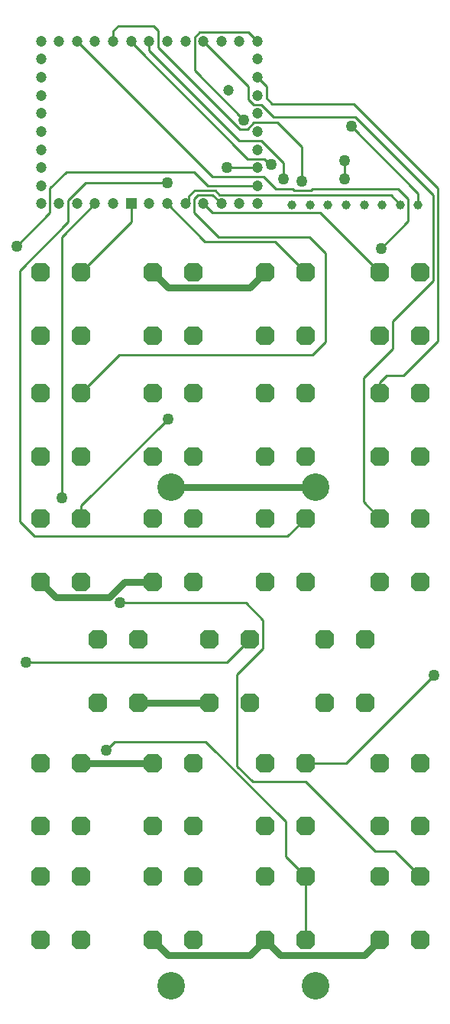
<source format=gbl>
%FSLAX25Y25*%
%MOIN*%
G70*
G01*
G75*
G04 Layer_Physical_Order=2*
G04 Layer_Color=16711680*
%ADD10R,0.03937X0.05906*%
%ADD11C,0.01000*%
%ADD12C,0.03000*%
%ADD13C,0.04724*%
%ADD14R,0.04724X0.04724*%
%ADD15C,0.12000*%
G04:AMPARAMS|DCode=16|XSize=82.68mil|YSize=82.68mil|CornerRadius=0mil|HoleSize=0mil|Usage=FLASHONLY|Rotation=90.000|XOffset=0mil|YOffset=0mil|HoleType=Round|Shape=Octagon|*
%AMOCTAGOND16*
4,1,8,0.02067,0.04134,-0.02067,0.04134,-0.04134,0.02067,-0.04134,-0.02067,-0.02067,-0.04134,0.02067,-0.04134,0.04134,-0.02067,0.04134,0.02067,0.02067,0.04134,0.0*
%
%ADD16OCTAGOND16*%

%ADD17C,0.03937*%
%ADD18C,0.05000*%
D11*
X15695Y218865D02*
X126208D01*
X9352Y225208D02*
X15695Y218865D01*
X9352Y225208D02*
Y334733D01*
X30465Y355847D01*
X126208Y218865D02*
X134047Y226704D01*
X159232Y287913D02*
X172087Y300769D01*
X159232Y233912D02*
Y287913D01*
Y233912D02*
X166440Y226704D01*
Y281182D02*
Y286048D01*
X169299Y288907D02*
X176825D01*
X166440Y286048D02*
X169299Y288907D01*
X176825D02*
X191791Y303872D01*
X52272Y441469D02*
X67587D01*
X50075Y439271D02*
X52272Y441469D01*
X50075Y434721D02*
Y439271D01*
X111468Y399213D02*
X121743D01*
X114667Y407087D02*
X119992Y401762D01*
X155586D01*
X125314Y79281D02*
X134047Y70547D01*
X125314Y79281D02*
Y94600D01*
X90523Y129392D02*
X125314Y94600D01*
X164225Y81669D02*
X173035D01*
X110893Y111850D02*
X134044D01*
X164225Y81669D01*
X104087Y118656D02*
X110893Y111850D01*
X134047Y42988D02*
Y70547D01*
X104087Y118656D02*
Y158669D01*
X50582Y129392D02*
X90523D01*
X46999Y125809D02*
X50582Y129392D01*
X27813Y235796D02*
Y325411D01*
X27568Y325656D02*
X27813Y325411D01*
X109205Y438583D02*
X113067Y434721D01*
X87845Y438583D02*
X109205D01*
X183205Y363469D02*
Y368487D01*
X153930Y397762D02*
X183205Y368487D01*
X155586Y401762D02*
X189791Y367558D01*
Y330272D02*
Y367558D01*
X191791Y303872D02*
Y370565D01*
X154887Y407469D02*
X191791Y370565D01*
X174500Y370269D02*
X178800Y365969D01*
Y356181D02*
Y365969D01*
X166987Y344369D02*
X178800Y356181D01*
X85583Y421923D02*
X107052Y400454D01*
X85583Y421923D02*
Y436320D01*
X69687Y432163D02*
Y439369D01*
X108709Y396454D02*
X111468Y399213D01*
X105395Y396454D02*
X108709D01*
X69687Y432163D02*
X105395Y396454D01*
X85583Y436320D02*
X87845Y438583D01*
X114667Y391339D02*
X124483Y381523D01*
X105157Y391339D02*
X114667D01*
X115884Y383465D02*
X118351Y380998D01*
X108789Y383465D02*
X115884D01*
X65823Y430673D02*
X105157Y391339D01*
X65823Y430673D02*
Y434721D01*
X57949Y434304D02*
X108789Y383465D01*
X57949Y434304D02*
Y434721D01*
X89445D02*
X109205Y414961D01*
Y409349D02*
Y414961D01*
Y409349D02*
X111468Y407087D01*
X114667D01*
X137031Y370269D02*
X174500D01*
X126331Y367569D02*
X171231D01*
X175331Y363469D01*
X140442Y359969D02*
X166440Y333971D01*
X93331Y359969D02*
X140442D01*
X89445Y363854D02*
X93331Y359969D01*
X119487Y407469D02*
X154887D01*
X151138Y374720D02*
Y382646D01*
X151064Y382720D02*
X151138Y382646D01*
X118351Y380998D02*
X118930D01*
X124483Y374569D02*
Y381523D01*
X34327Y434721D02*
X93379Y375669D01*
X115587D01*
X120987Y370269D01*
X27568Y325656D02*
Y349221D01*
X42201Y363854D01*
X30465Y365454D02*
X38079Y373068D01*
X73725D01*
X30465Y355847D02*
Y365454D01*
X135587Y349469D02*
X142664Y342391D01*
Y303519D02*
Y342391D01*
X137114Y297969D02*
X142664Y303519D01*
X52817Y297969D02*
X137114D01*
X81571Y363854D02*
X83064Y365347D01*
Y367194D01*
X85587Y369717D01*
X94559D01*
X96507Y367769D01*
X126131D01*
X126331Y367569D01*
X99853Y379769D02*
X100019Y379602D01*
X113067D01*
X173035Y81669D02*
X184157Y70547D01*
X104087Y158669D02*
X115387Y169969D01*
Y182469D01*
X107987Y189869D02*
X115387Y182469D01*
X52887Y189869D02*
X107987D01*
X93457Y367717D02*
X97319Y363854D01*
X87035Y367717D02*
X93457D01*
X85487Y366169D02*
X87035Y367717D01*
X85487Y359969D02*
Y366169D01*
Y359969D02*
X95987Y349469D01*
X135587D01*
X36030Y281182D02*
X52817Y297969D01*
X73697Y363854D02*
X90083Y347469D01*
X120549D01*
X134047Y333971D01*
X57949Y355889D02*
Y363854D01*
X36030Y333971D02*
X57949Y355889D01*
X172087Y300769D02*
Y312569D01*
X189791Y330272D01*
X120987Y370269D02*
X128331D01*
X129031Y369569D01*
X136331D01*
X137031Y370269D01*
X91475Y371728D02*
X113067D01*
X85487Y377717D02*
X91475Y371728D01*
X29635Y377717D02*
X85487D01*
X22487Y370569D02*
X29635Y377717D01*
X22487Y359969D02*
Y370569D01*
X7887Y345369D02*
X22487Y359969D01*
X11887Y164169D02*
X99857D01*
X109731Y174043D01*
X36030Y232212D02*
X73987Y270169D01*
X36030Y226704D02*
Y232212D01*
X132287Y373569D02*
Y388669D01*
X121743Y399213D02*
X132287Y388669D01*
X67587Y441469D02*
X69687Y439369D01*
X151675Y120083D02*
X189887Y158294D01*
X134047Y120083D02*
X151675D01*
X113067Y418973D02*
X116987Y415053D01*
Y409969D02*
Y415053D01*
Y409969D02*
X119487Y407469D01*
D12*
X36030Y120083D02*
X67436D01*
X116331Y42988D02*
X123050Y36269D01*
X159721D01*
X166440Y42988D01*
X67436D02*
X74155Y36269D01*
X109612D01*
X116331Y42988D01*
X67436Y333971D02*
X74138Y327269D01*
X109629D01*
X116331Y333971D01*
X54987Y199144D02*
X67436D01*
X48311Y192469D02*
X54987Y199144D01*
X24990Y192469D02*
X48311D01*
X18314Y199144D02*
X24990Y192469D01*
X60975Y146484D02*
X92015D01*
X75330Y240290D02*
X138322D01*
D13*
X18579Y363854D02*
D03*
Y371728D02*
D03*
Y379602D02*
D03*
Y387476D02*
D03*
Y395350D02*
D03*
Y403225D02*
D03*
Y411099D02*
D03*
Y418973D02*
D03*
Y426847D02*
D03*
Y434721D02*
D03*
X113067D02*
D03*
Y363854D02*
D03*
X105193D02*
D03*
X97319D02*
D03*
X89445D02*
D03*
X81571D02*
D03*
X73697D02*
D03*
X65823D02*
D03*
X113067Y371728D02*
D03*
Y379602D02*
D03*
Y387476D02*
D03*
Y395350D02*
D03*
Y403225D02*
D03*
Y411099D02*
D03*
Y418973D02*
D03*
Y426847D02*
D03*
X100520Y413189D02*
D03*
X105193Y434721D02*
D03*
X97319D02*
D03*
X89445D02*
D03*
X81571D02*
D03*
X73697D02*
D03*
X65823D02*
D03*
X57949D02*
D03*
X50075D02*
D03*
X42201D02*
D03*
X34327D02*
D03*
X26453D02*
D03*
Y363854D02*
D03*
X34327D02*
D03*
X42201D02*
D03*
X50075D02*
D03*
D14*
X57949D02*
D03*
D15*
X138322Y240290D02*
D03*
Y22967D02*
D03*
X75330D02*
D03*
Y240290D02*
D03*
D16*
X184157Y42988D02*
D03*
X166440D02*
D03*
X184157Y70547D02*
D03*
X166440D02*
D03*
X85152Y42988D02*
D03*
X67436D02*
D03*
X85152Y70547D02*
D03*
X67436D02*
D03*
X18314Y120083D02*
D03*
X36030D02*
D03*
X18314Y92523D02*
D03*
X36030D02*
D03*
X134047Y199144D02*
D03*
X116331D02*
D03*
X134047Y226704D02*
D03*
X116331D02*
D03*
X85152Y253622D02*
D03*
X67436D02*
D03*
X85152Y281182D02*
D03*
X67436D02*
D03*
X36030Y306411D02*
D03*
X18314D02*
D03*
X36030Y333971D02*
D03*
X18314D02*
D03*
X134047Y42988D02*
D03*
X116331D02*
D03*
X134047Y70547D02*
D03*
X116331D02*
D03*
X85152Y92523D02*
D03*
X67436D02*
D03*
X85152Y120083D02*
D03*
X67436D02*
D03*
X166440Y226704D02*
D03*
X184157D02*
D03*
X166440Y199144D02*
D03*
X184157D02*
D03*
X134047Y253622D02*
D03*
X116331D02*
D03*
X134047Y281182D02*
D03*
X116331D02*
D03*
X85152Y306411D02*
D03*
X67436D02*
D03*
X85152Y333971D02*
D03*
X67436D02*
D03*
X134047Y92523D02*
D03*
X116331D02*
D03*
X134047Y120083D02*
D03*
X116331D02*
D03*
X43259Y174043D02*
D03*
X60975D02*
D03*
X43259Y146484D02*
D03*
X60975D02*
D03*
X166440Y281182D02*
D03*
X184157D02*
D03*
X166440Y253622D02*
D03*
X184157D02*
D03*
X134047Y306411D02*
D03*
X116331D02*
D03*
X134047Y333971D02*
D03*
X116331D02*
D03*
X184157Y92523D02*
D03*
X166440D02*
D03*
X184157Y120083D02*
D03*
X166440D02*
D03*
X109731Y146484D02*
D03*
X92015D02*
D03*
X109731Y174043D02*
D03*
X92015D02*
D03*
X36030Y199144D02*
D03*
X18314D02*
D03*
X36030Y226704D02*
D03*
X18314D02*
D03*
X166440Y333971D02*
D03*
X184157D02*
D03*
X166440Y306411D02*
D03*
X184157D02*
D03*
X36030Y42988D02*
D03*
X18314D02*
D03*
X36030Y70547D02*
D03*
X18314D02*
D03*
X142409Y174043D02*
D03*
X160126D02*
D03*
X142409Y146484D02*
D03*
X160126D02*
D03*
X85152Y199144D02*
D03*
X67436D02*
D03*
X85152Y226704D02*
D03*
X67436D02*
D03*
X36030Y253622D02*
D03*
X18314D02*
D03*
X36030Y281182D02*
D03*
X18314D02*
D03*
D17*
X183205Y363469D02*
D03*
X175331D02*
D03*
X167457D02*
D03*
X159583D02*
D03*
X151709D02*
D03*
X143835D02*
D03*
X135961D02*
D03*
X128087D02*
D03*
D18*
X46999Y125809D02*
D03*
X27813Y235796D02*
D03*
X153930Y397762D02*
D03*
X107052Y400454D02*
D03*
X151064Y382720D02*
D03*
X118930Y380998D02*
D03*
X151138Y374720D02*
D03*
X73725Y373068D02*
D03*
X99853Y379769D02*
D03*
X52887Y189869D02*
D03*
X124483Y374569D02*
D03*
X166987Y344369D02*
D03*
X7887Y345369D02*
D03*
X11887Y164169D02*
D03*
X73987Y270169D02*
D03*
X132287Y373569D02*
D03*
X189887Y158294D02*
D03*
M02*

</source>
